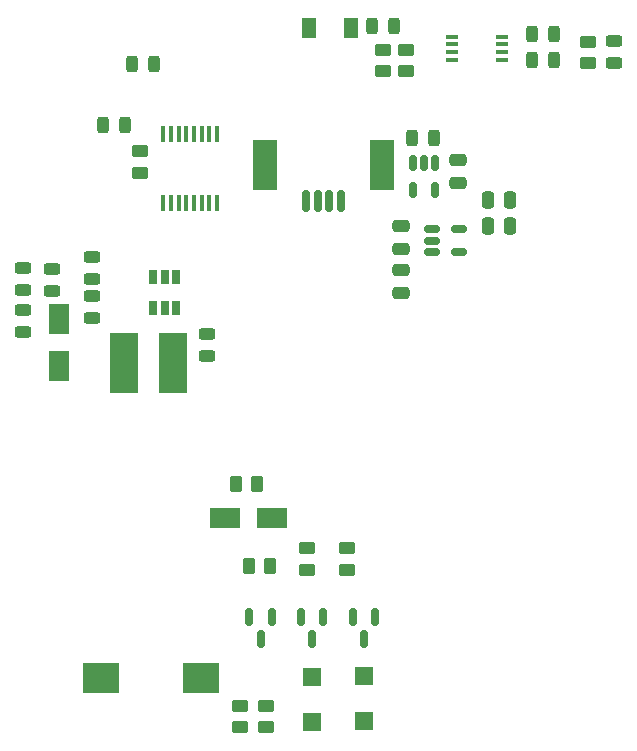
<source format=gbr>
%TF.GenerationSoftware,KiCad,Pcbnew,7.0.5.1-1-g8f565ef7f0-dirty-deb11*%
%TF.CreationDate,2023-07-05T13:07:09+00:00*%
%TF.ProjectId,OLED01,4f4c4544-3031-42e6-9b69-6361645f7063,rev?*%
%TF.SameCoordinates,PX72ba1e0PY737d6e0*%
%TF.FileFunction,Paste,Bot*%
%TF.FilePolarity,Positive*%
%FSLAX46Y46*%
G04 Gerber Fmt 4.6, Leading zero omitted, Abs format (unit mm)*
G04 Created by KiCad (PCBNEW 7.0.5.1-1-g8f565ef7f0-dirty-deb11) date 2023-07-05 13:07:09*
%MOMM*%
%LPD*%
G01*
G04 APERTURE LIST*
G04 Aperture macros list*
%AMRoundRect*
0 Rectangle with rounded corners*
0 $1 Rounding radius*
0 $2 $3 $4 $5 $6 $7 $8 $9 X,Y pos of 4 corners*
0 Add a 4 corners polygon primitive as box body*
4,1,4,$2,$3,$4,$5,$6,$7,$8,$9,$2,$3,0*
0 Add four circle primitives for the rounded corners*
1,1,$1+$1,$2,$3*
1,1,$1+$1,$4,$5*
1,1,$1+$1,$6,$7*
1,1,$1+$1,$8,$9*
0 Add four rect primitives between the rounded corners*
20,1,$1+$1,$2,$3,$4,$5,0*
20,1,$1+$1,$4,$5,$6,$7,0*
20,1,$1+$1,$6,$7,$8,$9,0*
20,1,$1+$1,$8,$9,$2,$3,0*%
G04 Aperture macros list end*
%ADD10RoundRect,0.250000X-0.450000X0.262500X-0.450000X-0.262500X0.450000X-0.262500X0.450000X0.262500X0*%
%ADD11R,2.350000X5.100000*%
%ADD12R,0.650000X1.220000*%
%ADD13RoundRect,0.150000X-0.150000X0.587500X-0.150000X-0.587500X0.150000X-0.587500X0.150000X0.587500X0*%
%ADD14RoundRect,0.250000X0.475000X-0.250000X0.475000X0.250000X-0.475000X0.250000X-0.475000X-0.250000X0*%
%ADD15RoundRect,0.243750X0.243750X0.456250X-0.243750X0.456250X-0.243750X-0.456250X0.243750X-0.456250X0*%
%ADD16R,1.300000X1.700000*%
%ADD17RoundRect,0.243750X-0.243750X-0.456250X0.243750X-0.456250X0.243750X0.456250X-0.243750X0.456250X0*%
%ADD18R,1.800000X2.500000*%
%ADD19RoundRect,0.150000X-0.512500X-0.150000X0.512500X-0.150000X0.512500X0.150000X-0.512500X0.150000X0*%
%ADD20RoundRect,0.250000X0.262500X0.450000X-0.262500X0.450000X-0.262500X-0.450000X0.262500X-0.450000X0*%
%ADD21RoundRect,0.150000X-0.150000X-0.775000X0.150000X-0.775000X0.150000X0.775000X-0.150000X0.775000X0*%
%ADD22R,2.100000X4.300000*%
%ADD23R,1.100000X0.400000*%
%ADD24RoundRect,0.243750X0.456250X-0.243750X0.456250X0.243750X-0.456250X0.243750X-0.456250X-0.243750X0*%
%ADD25RoundRect,0.250000X-0.250000X-0.475000X0.250000X-0.475000X0.250000X0.475000X-0.250000X0.475000X0*%
%ADD26RoundRect,0.243750X-0.456250X0.243750X-0.456250X-0.243750X0.456250X-0.243750X0.456250X0.243750X0*%
%ADD27R,0.450000X1.475000*%
%ADD28R,1.500000X1.500000*%
%ADD29RoundRect,0.250000X0.450000X-0.262500X0.450000X0.262500X-0.450000X0.262500X-0.450000X-0.262500X0*%
%ADD30RoundRect,0.250000X-0.262500X-0.450000X0.262500X-0.450000X0.262500X0.450000X-0.262500X0.450000X0*%
%ADD31RoundRect,0.250000X-0.475000X0.250000X-0.475000X-0.250000X0.475000X-0.250000X0.475000X0.250000X0*%
%ADD32R,2.500000X1.800000*%
%ADD33RoundRect,0.150000X-0.150000X0.512500X-0.150000X-0.512500X0.150000X-0.512500X0.150000X0.512500X0*%
%ADD34R,3.050000X2.500000*%
G04 APERTURE END LIST*
D10*
%TO.C,R22*%
X47800000Y55900000D03*
X47800000Y54075000D03*
%TD*%
D11*
%TO.C,L1*%
X12675000Y28700000D03*
X8525000Y28700000D03*
%TD*%
D10*
%TO.C,R19*%
X18325000Y-312500D03*
X18325000Y-2137500D03*
%TD*%
D12*
%TO.C,U3*%
X11000341Y35933647D03*
X11950341Y35933647D03*
X12900341Y35933647D03*
X12900341Y33313647D03*
X11950341Y33313647D03*
X11000341Y33313647D03*
%TD*%
D13*
%TO.C,Q1*%
X23462500Y7212500D03*
X25362500Y7212500D03*
X24412500Y5337500D03*
%TD*%
D14*
%TO.C,C4*%
X32000000Y38350000D03*
X32000000Y40250000D03*
%TD*%
D15*
%TO.C,R1*%
X11075001Y54000000D03*
X9200001Y54000000D03*
%TD*%
D16*
%TO.C,D2*%
X27700000Y57050000D03*
X24200000Y57050000D03*
%TD*%
D17*
%TO.C,C8*%
X29512500Y57200000D03*
X31387500Y57200000D03*
%TD*%
D15*
%TO.C,R13*%
X44937500Y54300000D03*
X43062500Y54300000D03*
%TD*%
D18*
%TO.C,D1*%
X3000000Y32400000D03*
X3000000Y28400000D03*
%TD*%
D19*
%TO.C,U2*%
X34625000Y38100000D03*
X34625000Y39050000D03*
X34625000Y40000000D03*
X36900000Y40000000D03*
X36900000Y38100000D03*
%TD*%
D10*
%TO.C,R20*%
X32400000Y55212500D03*
X32400000Y53387500D03*
%TD*%
D20*
%TO.C,R17*%
X20900000Y11525000D03*
X19075000Y11525000D03*
%TD*%
D21*
%TO.C,J4*%
X23900000Y42400000D03*
X24900000Y42400000D03*
X25900000Y42400000D03*
X26900000Y42400000D03*
D22*
X20450000Y45450000D03*
X30350000Y45450000D03*
%TD*%
D23*
%TO.C,U5*%
X36250000Y54375000D03*
X36250000Y55025000D03*
X36250000Y55675000D03*
X36250000Y56325000D03*
X40550000Y56325000D03*
X40550000Y55675000D03*
X40550000Y55025000D03*
X40550000Y54375000D03*
%TD*%
D10*
%TO.C,R15*%
X24000000Y13000000D03*
X24000000Y11175000D03*
%TD*%
D24*
%TO.C,R7*%
X5800000Y32462500D03*
X5800000Y34337500D03*
%TD*%
D13*
%TO.C,Q2*%
X19125000Y7212500D03*
X21025000Y7212500D03*
X20075000Y5337500D03*
%TD*%
D25*
%TO.C,C7*%
X39300001Y42500000D03*
X41200001Y42500000D03*
%TD*%
D26*
%TO.C,C11*%
X0Y36737500D03*
X0Y34862500D03*
%TD*%
D25*
%TO.C,C6*%
X39300000Y40300000D03*
X41200000Y40300000D03*
%TD*%
D27*
%TO.C,U4*%
X16400000Y42224000D03*
X15750000Y42224000D03*
X15100000Y42224000D03*
X14450000Y42224000D03*
X13800000Y42224000D03*
X13150000Y42224000D03*
X12500000Y42224000D03*
X11850000Y42224000D03*
X11850000Y48100000D03*
X12500000Y48100000D03*
X13150000Y48100000D03*
X13800000Y48100000D03*
X14450000Y48100000D03*
X15100000Y48100000D03*
X15750000Y48100000D03*
X16400000Y48100000D03*
%TD*%
D17*
%TO.C,R6*%
X32924999Y47700000D03*
X34799999Y47700000D03*
%TD*%
D28*
%TO.C,D4*%
X24412500Y2060000D03*
X24412500Y-1700000D03*
%TD*%
D15*
%TO.C,C2*%
X8637500Y48800000D03*
X6762500Y48800000D03*
%TD*%
D29*
%TO.C,R3*%
X9900000Y44787500D03*
X9900000Y46612500D03*
%TD*%
D30*
%TO.C,C12*%
X17987500Y18400000D03*
X19812500Y18400000D03*
%TD*%
D13*
%TO.C,Q3*%
X27875000Y7212500D03*
X29775000Y7212500D03*
X28825000Y5337500D03*
%TD*%
D24*
%TO.C,R8*%
X5800000Y35825000D03*
X5800000Y37700000D03*
%TD*%
D31*
%TO.C,C1*%
X36800000Y45850000D03*
X36800000Y43950000D03*
%TD*%
D10*
%TO.C,R21*%
X30400000Y55212500D03*
X30400000Y53387500D03*
%TD*%
D32*
%TO.C,D3*%
X21075000Y15525000D03*
X17075000Y15525000D03*
%TD*%
D10*
%TO.C,R16*%
X20575000Y-312500D03*
X20575000Y-2137500D03*
%TD*%
D15*
%TO.C,R14*%
X44937500Y56550000D03*
X43062500Y56550000D03*
%TD*%
D26*
%TO.C,C9*%
X50000000Y55937500D03*
X50000000Y54062500D03*
%TD*%
D33*
%TO.C,U1*%
X32950000Y45637500D03*
X33900000Y45637500D03*
X34850000Y45637500D03*
X34850000Y43362500D03*
X32950000Y43362500D03*
%TD*%
D10*
%TO.C,R18*%
X27400000Y13012500D03*
X27400000Y11187500D03*
%TD*%
D24*
%TO.C,R9*%
X2400000Y34800000D03*
X2400000Y36675000D03*
%TD*%
D28*
%TO.C,D5*%
X28825000Y2155000D03*
X28825000Y-1605000D03*
%TD*%
D31*
%TO.C,C3*%
X32000000Y36550000D03*
X32000000Y34650000D03*
%TD*%
D24*
%TO.C,C10*%
X0Y31300000D03*
X0Y33175000D03*
%TD*%
D34*
%TO.C,BZ1*%
X6600000Y2022138D03*
X15050000Y2022138D03*
%TD*%
D26*
%TO.C,C5*%
X15500000Y31175000D03*
X15500000Y29300000D03*
%TD*%
M02*

</source>
